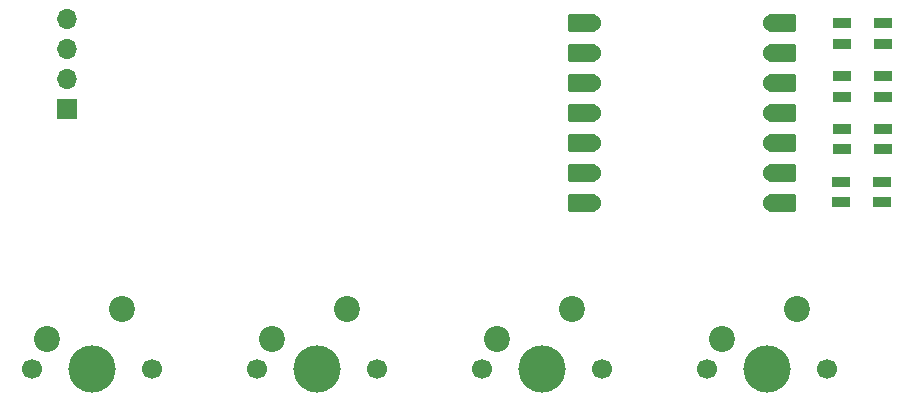
<source format=gbr>
%TF.GenerationSoftware,KiCad,Pcbnew,9.0.6*%
%TF.CreationDate,2025-12-02T23:32:36+00:00*%
%TF.ProjectId,MyPCB,4d795043-422e-46b6-9963-61645f706362,rev?*%
%TF.SameCoordinates,Original*%
%TF.FileFunction,Soldermask,Top*%
%TF.FilePolarity,Negative*%
%FSLAX46Y46*%
G04 Gerber Fmt 4.6, Leading zero omitted, Abs format (unit mm)*
G04 Created by KiCad (PCBNEW 9.0.6) date 2025-12-02 23:32:36*
%MOMM*%
%LPD*%
G01*
G04 APERTURE LIST*
G04 Aperture macros list*
%AMRoundRect*
0 Rectangle with rounded corners*
0 $1 Rounding radius*
0 $2 $3 $4 $5 $6 $7 $8 $9 X,Y pos of 4 corners*
0 Add a 4 corners polygon primitive as box body*
4,1,4,$2,$3,$4,$5,$6,$7,$8,$9,$2,$3,0*
0 Add four circle primitives for the rounded corners*
1,1,$1+$1,$2,$3*
1,1,$1+$1,$4,$5*
1,1,$1+$1,$6,$7*
1,1,$1+$1,$8,$9*
0 Add four rect primitives between the rounded corners*
20,1,$1+$1,$2,$3,$4,$5,0*
20,1,$1+$1,$4,$5,$6,$7,0*
20,1,$1+$1,$6,$7,$8,$9,0*
20,1,$1+$1,$8,$9,$2,$3,0*%
G04 Aperture macros list end*
%ADD10O,1.700000X1.700000*%
%ADD11R,1.700000X1.700000*%
%ADD12R,1.600000X0.850000*%
%ADD13C,1.700000*%
%ADD14C,4.000000*%
%ADD15C,2.200000*%
%ADD16RoundRect,0.152400X1.063600X0.609600X-1.063600X0.609600X-1.063600X-0.609600X1.063600X-0.609600X0*%
%ADD17C,1.524000*%
%ADD18RoundRect,0.152400X-1.063600X-0.609600X1.063600X-0.609600X1.063600X0.609600X-1.063600X0.609600X0*%
G04 APERTURE END LIST*
D10*
%TO.C,J1*%
X169800000Y-85950000D03*
X169800000Y-88490000D03*
X169800000Y-91030000D03*
D11*
X169800000Y-93570000D03*
%TD*%
D12*
%TO.C,D1*%
X235390000Y-86300000D03*
X235390000Y-88050000D03*
X238890000Y-88050000D03*
X238890000Y-86300000D03*
%TD*%
%TO.C,D2*%
X235390000Y-90772500D03*
X235390000Y-92522500D03*
X238890000Y-92522500D03*
X238890000Y-90772500D03*
%TD*%
%TO.C,D3*%
X235370000Y-95245000D03*
X235370000Y-96995000D03*
X238870000Y-96995000D03*
X238870000Y-95245000D03*
%TD*%
%TO.C,D4*%
X235320000Y-99717500D03*
X235320000Y-101467500D03*
X238820000Y-101467500D03*
X238820000Y-99717500D03*
%TD*%
D13*
%TO.C,SW2*%
X185873333Y-115570000D03*
D14*
X190953333Y-115570000D03*
D13*
X196033333Y-115570000D03*
D15*
X193493333Y-110490000D03*
X187143333Y-113030000D03*
%TD*%
D13*
%TO.C,SW3*%
X204910000Y-115570000D03*
D14*
X209990000Y-115570000D03*
D13*
X215070000Y-115570000D03*
D15*
X212530000Y-110490000D03*
X206180000Y-113030000D03*
%TD*%
D13*
%TO.C,SW4*%
X223980000Y-115570000D03*
D14*
X229060000Y-115570000D03*
D13*
X234140000Y-115570000D03*
D15*
X231600000Y-110490000D03*
X225250000Y-113030000D03*
%TD*%
D16*
%TO.C,U1*%
X213422332Y-86330000D03*
D17*
X214257332Y-86330000D03*
D16*
X213422332Y-88870000D03*
D17*
X214257332Y-88870000D03*
D16*
X213422332Y-91410000D03*
D17*
X214257332Y-91410000D03*
D16*
X213422332Y-93950000D03*
D17*
X214257332Y-93950000D03*
D16*
X213422332Y-96490000D03*
D17*
X214257332Y-96490000D03*
D16*
X213422332Y-99030000D03*
D17*
X214257332Y-99030000D03*
D16*
X213422332Y-101570000D03*
D17*
X214257332Y-101570000D03*
X229497332Y-101570000D03*
D18*
X230332332Y-101570000D03*
D17*
X229497332Y-99030000D03*
D18*
X230332332Y-99030000D03*
D17*
X229497332Y-96490000D03*
D18*
X230332332Y-96490000D03*
D17*
X229497332Y-93950000D03*
D18*
X230332332Y-93950000D03*
D17*
X229497332Y-91410000D03*
D18*
X230332332Y-91410000D03*
D17*
X229497332Y-88870000D03*
D18*
X230332332Y-88870000D03*
D17*
X229497332Y-86330000D03*
D18*
X230332332Y-86330000D03*
%TD*%
D13*
%TO.C,SW1*%
X166800000Y-115570000D03*
D14*
X171880000Y-115570000D03*
D13*
X176960000Y-115570000D03*
D15*
X174420000Y-110490000D03*
X168070000Y-113030000D03*
%TD*%
M02*

</source>
